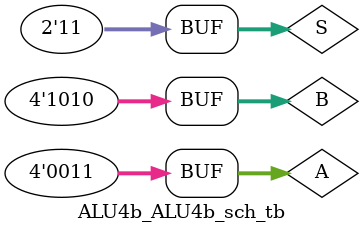
<source format=v>

`timescale 1ns / 1ps

module ALU4b_ALU4b_sch_tb();

// Inputs
   reg [3:0] A;
   reg [3:0] B;
   reg [1:0] S;

// Output
   wire [3:0] O;
   wire Co;

// Bidirs

// Instantiate the UUT
   ALU4b UUT (
		.A(A), 
		.B(B), 
		.S(S), 
		.O(O), 
		.Co(Co)
   );
// Initialize Inputs
//   `ifdef auto_init
       initial begin
		A = 4'b0011;
		B = 4'b1010;
		S = 2'b00;
		#50;
		S = 2'b01;
		#50;
		S = 2'b10;
		#50;
		S = 2'b11;
		end
//   `endif
endmodule

</source>
